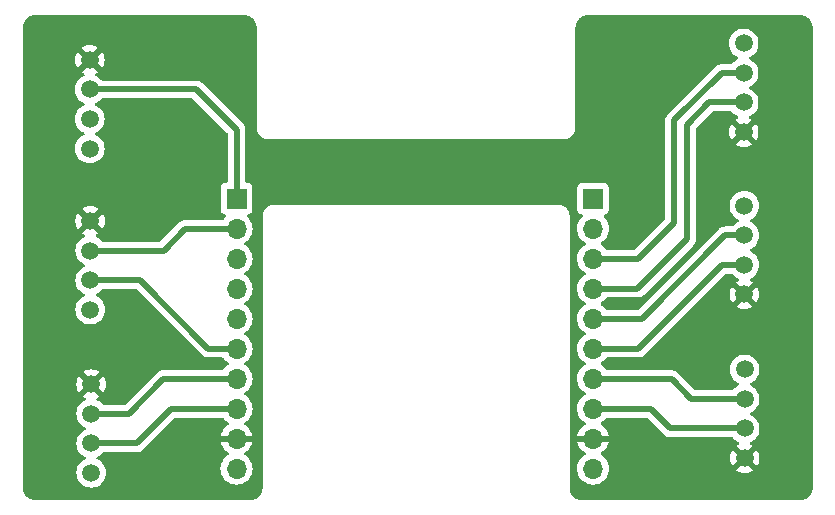
<source format=gbr>
%TF.GenerationSoftware,KiCad,Pcbnew,7.0.2*%
%TF.CreationDate,2024-03-21T19:14:15+01:00*%
%TF.ProjectId,Support_TTGO,53757070-6f72-4745-9f54-54474f2e6b69,rev?*%
%TF.SameCoordinates,Original*%
%TF.FileFunction,Copper,L1,Top*%
%TF.FilePolarity,Positive*%
%FSLAX46Y46*%
G04 Gerber Fmt 4.6, Leading zero omitted, Abs format (unit mm)*
G04 Created by KiCad (PCBNEW 7.0.2) date 2024-03-21 19:14:15*
%MOMM*%
%LPD*%
G01*
G04 APERTURE LIST*
%TA.AperFunction,ComponentPad*%
%ADD10C,1.500000*%
%TD*%
%TA.AperFunction,ComponentPad*%
%ADD11R,1.700000X1.700000*%
%TD*%
%TA.AperFunction,ComponentPad*%
%ADD12O,1.700000X1.700000*%
%TD*%
%TA.AperFunction,Conductor*%
%ADD13C,0.500000*%
%TD*%
G04 APERTURE END LIST*
D10*
%TO.P,J3,1,Pin_1*%
%TO.N,GND*%
X168320000Y-105460000D03*
%TO.P,J3,2,Pin_2*%
%TO.N,IO_14*%
X168320000Y-102960000D03*
%TO.P,J3,3,Pin_3*%
%TO.N,IO_13*%
X168320000Y-100460000D03*
%TO.P,J3,4,Pin_4*%
%TO.N,PMU_DC_DC5*%
X168320000Y-97960000D03*
%TD*%
D11*
%TO.P,J1,1,Pin_1*%
%TO.N,IO_37*%
X125300000Y-83500000D03*
D12*
%TO.P,J1,2,Pin_2*%
%TO.N,IO_36*%
X125300000Y-86040000D03*
%TO.P,J1,3,Pin_3*%
%TO.N,unconnected-(J1-Pin_3-Pad3)*%
X125300000Y-88580000D03*
%TO.P,J1,4,Pin_4*%
%TO.N,unconnected-(J1-Pin_4-Pad4)*%
X125300000Y-91120000D03*
%TO.P,J1,5,Pin_5*%
%TO.N,unconnected-(J1-Pin_5-Pad5)*%
X125300000Y-93660000D03*
%TO.P,J1,6,Pin_6*%
%TO.N,IO_48*%
X125300000Y-96200000D03*
%TO.P,J1,7,Pin_7*%
%TO.N,IO_47*%
X125300000Y-98740000D03*
%TO.P,J1,8,Pin_8*%
%TO.N,IO_21*%
X125300000Y-101280000D03*
%TO.P,J1,9,Pin_9*%
%TO.N,GND*%
X125300000Y-103820000D03*
%TO.P,J1,10,Pin_10*%
%TO.N,unconnected-(J1-Pin_10-Pad10)*%
X125300000Y-106360000D03*
%TD*%
%TO.P, ,10,Pin_10*%
%TO.N,PMU_DC_DC5*%
X155500000Y-106360000D03*
%TO.P, ,9,Pin_9*%
%TO.N,GND*%
X155500000Y-103820000D03*
%TO.P, ,8,Pin_8*%
%TO.N,IO_14*%
X155500000Y-101280000D03*
%TO.P, ,7,Pin_7*%
%TO.N,IO_13*%
X155500000Y-98740000D03*
%TO.P, ,6,Pin_6*%
%TO.N,IO_12*%
X155500000Y-96200000D03*
%TO.P, ,5,Pin_5*%
%TO.N,IO_11*%
X155500000Y-93660000D03*
%TO.P, ,4,Pin_4*%
%TO.N,IO_10*%
X155500000Y-91120000D03*
%TO.P, ,3,Pin_3*%
%TO.N,IO_09*%
X155500000Y-88580000D03*
%TO.P, ,2,Pin_2*%
%TO.N,unconnected-(J2-Pin_2-Pad2)*%
X155500000Y-86040000D03*
D11*
%TO.P, ,1,Pin_1*%
%TO.N,unconnected-(J2-Pin_1-Pad1)*%
X155500000Y-83500000D03*
%TD*%
D10*
%TO.P,J8,1,Pin_1*%
%TO.N,GND*%
X168240000Y-77860000D03*
%TO.P,J8,2,Pin_2*%
%TO.N,IO_10*%
X168240000Y-75360000D03*
%TO.P,J8,3,Pin_3*%
%TO.N,IO_09*%
X168240000Y-72860000D03*
%TO.P,J8,4,Pin_4*%
%TO.N,PMU_DC_DC5*%
X168240000Y-70360000D03*
%TD*%
%TO.P,J7,1,Pin_1*%
%TO.N,GND*%
X112880000Y-71760000D03*
%TO.P,J7,2,Pin_2*%
%TO.N,IO_37*%
X112880000Y-74260000D03*
%TO.P,J7,3,Pin_3*%
%TO.N,PMU_DC_DC5*%
X112880000Y-76760000D03*
%TO.P,J7,4*%
%TO.N,N/C*%
X112880000Y-79260000D03*
%TD*%
%TO.P,J4,1,Pin_1*%
%TO.N,GND*%
X168300000Y-91610000D03*
%TO.P,J4,2,Pin_2*%
%TO.N,IO_12*%
X168300000Y-89110000D03*
%TO.P,J4,3,Pin_3*%
%TO.N,IO_11*%
X168300000Y-86610000D03*
%TO.P,J4,4,Pin_4*%
%TO.N,PMU_DC_DC5*%
X168300000Y-84110000D03*
%TD*%
%TO.P,J6,1,Pin_1*%
%TO.N,GND*%
X112920000Y-85400000D03*
%TO.P,J6,2,Pin_2*%
%TO.N,IO_36*%
X112920000Y-87900000D03*
%TO.P,J6,3,Pin_3*%
%TO.N,IO_48*%
X112920000Y-90400000D03*
%TO.P,J6,4,Pin_4*%
%TO.N,PMU_DC_DC5*%
X112920000Y-92900000D03*
%TD*%
%TO.P,J5,1,Pin_1*%
%TO.N,GND*%
X112990000Y-99210000D03*
%TO.P,J5,2,Pin_2*%
%TO.N,IO_47*%
X112990000Y-101710000D03*
%TO.P,J5,3,Pin_3*%
%TO.N,IO_21*%
X112990000Y-104210000D03*
%TO.P,J5,4,Pin_4*%
%TO.N,PMU_DC_DC5*%
X112990000Y-106710000D03*
%TD*%
D13*
%TO.N,IO_12*%
X166380000Y-89110000D02*
X168300000Y-89110000D01*
X155500000Y-96200000D02*
X159290000Y-96200000D01*
X159290000Y-96200000D02*
X166380000Y-89110000D01*
%TO.N,IO_21*%
X125260000Y-101320000D02*
X125300000Y-101280000D01*
X119750000Y-101320000D02*
X125260000Y-101320000D01*
X116860000Y-104210000D02*
X119750000Y-101320000D01*
X112990000Y-104210000D02*
X116860000Y-104210000D01*
%TO.N,IO_47*%
X125260000Y-98780000D02*
X125300000Y-98740000D01*
X119100000Y-98780000D02*
X125260000Y-98780000D01*
X113000000Y-101700000D02*
X116180000Y-101700000D01*
X112990000Y-101710000D02*
X113000000Y-101700000D01*
X116180000Y-101700000D02*
X119100000Y-98780000D01*
%TO.N,IO_48*%
X122920000Y-96200000D02*
X125300000Y-96200000D01*
X117120000Y-90400000D02*
X122920000Y-96200000D01*
X112920000Y-90400000D02*
X117120000Y-90400000D01*
%TO.N,IO_37*%
X125300000Y-77650000D02*
X121910000Y-74260000D01*
X125300000Y-83500000D02*
X125300000Y-77650000D01*
X121910000Y-74260000D02*
X112880000Y-74260000D01*
%TO.N,IO_36*%
X119120000Y-87900000D02*
X112920000Y-87900000D01*
X120940000Y-86080000D02*
X119120000Y-87900000D01*
X125260000Y-86080000D02*
X120940000Y-86080000D01*
X125300000Y-86040000D02*
X125260000Y-86080000D01*
%TO.N,IO_14*%
X160400000Y-101320000D02*
X162030000Y-102950000D01*
X155540000Y-101320000D02*
X160400000Y-101320000D01*
X155500000Y-101280000D02*
X155540000Y-101320000D01*
X162030000Y-102950000D02*
X168310000Y-102950000D01*
X168310000Y-102950000D02*
X168320000Y-102960000D01*
%TO.N,IO_13*%
X162130000Y-98780000D02*
X155540000Y-98780000D01*
X168310000Y-100450000D02*
X163800000Y-100450000D01*
X155540000Y-98780000D02*
X155500000Y-98740000D01*
X168320000Y-100460000D02*
X168310000Y-100450000D01*
X163800000Y-100450000D02*
X162130000Y-98780000D01*
%TO.N,IO_11*%
X166670000Y-86610000D02*
X168300000Y-86610000D01*
X155500000Y-93660000D02*
X159620000Y-93660000D01*
X159620000Y-93660000D02*
X166670000Y-86610000D01*
%TO.N,IO_10*%
X163430000Y-86930000D02*
X163430000Y-77260000D01*
X163430000Y-77260000D02*
X165330000Y-75360000D01*
X159240000Y-91120000D02*
X163430000Y-86930000D01*
X155500000Y-91120000D02*
X159240000Y-91120000D01*
X165330000Y-75360000D02*
X168240000Y-75360000D01*
%TO.N,IO_09*%
X162350000Y-76880000D02*
X166370000Y-72860000D01*
X159320000Y-88580000D02*
X162350000Y-85550000D01*
X155500000Y-88580000D02*
X159320000Y-88580000D01*
X162350000Y-85550000D02*
X162350000Y-76880000D01*
X166370000Y-72860000D02*
X168240000Y-72860000D01*
%TD*%
%TA.AperFunction,Conductor*%
%TO.N,GND*%
G36*
X126005394Y-67970971D02*
G01*
X126045519Y-67974482D01*
X126171780Y-67986919D01*
X126191682Y-67990540D01*
X126256467Y-68007899D01*
X126260203Y-68008966D01*
X126351570Y-68036682D01*
X126367959Y-68042952D01*
X126433867Y-68073686D01*
X126439867Y-68076685D01*
X126482639Y-68099548D01*
X126519046Y-68119008D01*
X126531715Y-68126791D01*
X126592889Y-68169625D01*
X126600430Y-68175346D01*
X126668455Y-68231172D01*
X126677472Y-68239345D01*
X126730653Y-68292526D01*
X126738826Y-68301543D01*
X126794652Y-68369568D01*
X126800373Y-68377109D01*
X126843207Y-68438283D01*
X126850990Y-68450952D01*
X126893304Y-68530114D01*
X126896328Y-68536163D01*
X126927041Y-68602027D01*
X126933319Y-68618436D01*
X126961008Y-68709713D01*
X126962123Y-68713616D01*
X126979454Y-68778298D01*
X126983082Y-68798237D01*
X126995523Y-68924554D01*
X126997207Y-68943801D01*
X126999030Y-68964638D01*
X126999500Y-68975406D01*
X126999500Y-77382902D01*
X126994926Y-77398478D01*
X126998903Y-77438858D01*
X126999500Y-77451012D01*
X126999500Y-77537533D01*
X127010628Y-77600645D01*
X127009311Y-77612448D01*
X127015263Y-77632067D01*
X127018717Y-77646522D01*
X127029899Y-77709938D01*
X127034143Y-77721598D01*
X127058163Y-77787592D01*
X127058992Y-77800641D01*
X127067129Y-77815864D01*
X127074289Y-77831899D01*
X127089774Y-77874441D01*
X127089776Y-77874447D01*
X127138578Y-77958974D01*
X127142056Y-77973311D01*
X127151793Y-77985176D01*
X127163325Y-78001837D01*
X127179926Y-78030590D01*
X127189372Y-78044560D01*
X127191255Y-78048084D01*
X127209702Y-78064661D01*
X127248914Y-78111393D01*
X127255485Y-78126408D01*
X127265932Y-78134982D01*
X127282254Y-78151126D01*
X127289837Y-78160163D01*
X127298872Y-78167744D01*
X127315018Y-78184067D01*
X127319147Y-78189098D01*
X127338606Y-78201085D01*
X127385337Y-78240297D01*
X127395234Y-78255172D01*
X127405438Y-78260627D01*
X127419408Y-78270072D01*
X127423942Y-78272690D01*
X127423945Y-78272692D01*
X127448165Y-78286676D01*
X127464826Y-78298207D01*
X127471770Y-78303905D01*
X127491019Y-78311417D01*
X127575555Y-78360225D01*
X127618105Y-78375712D01*
X127634141Y-78382872D01*
X127644334Y-78388320D01*
X127662401Y-78391834D01*
X127740062Y-78420101D01*
X127803476Y-78431282D01*
X127817939Y-78434738D01*
X127832541Y-78439167D01*
X127849350Y-78439370D01*
X127912468Y-78450500D01*
X127912469Y-78450500D01*
X127998997Y-78450500D01*
X128011151Y-78451097D01*
X128044302Y-78454362D01*
X128067096Y-78450500D01*
X152932903Y-78450500D01*
X152948476Y-78455073D01*
X152988848Y-78451097D01*
X153001002Y-78450500D01*
X153087530Y-78450500D01*
X153087532Y-78450500D01*
X153150646Y-78439371D01*
X153162444Y-78440687D01*
X153182055Y-78434738D01*
X153196511Y-78431284D01*
X153259938Y-78420101D01*
X153337592Y-78391836D01*
X153350638Y-78391007D01*
X153365854Y-78382874D01*
X153381890Y-78375713D01*
X153424445Y-78360225D01*
X153508976Y-78311420D01*
X153523310Y-78307942D01*
X153535172Y-78298208D01*
X153551834Y-78286676D01*
X153576055Y-78272692D01*
X153576055Y-78272691D01*
X153580586Y-78270076D01*
X153594564Y-78260625D01*
X153598082Y-78258744D01*
X153614658Y-78240300D01*
X153661395Y-78201083D01*
X153676407Y-78194513D01*
X153684977Y-78184071D01*
X153701121Y-78167750D01*
X153710163Y-78160163D01*
X153717750Y-78151121D01*
X153734071Y-78134977D01*
X153739099Y-78130850D01*
X153751082Y-78111397D01*
X153790297Y-78064661D01*
X153805172Y-78054764D01*
X153810625Y-78044564D01*
X153820076Y-78030586D01*
X153831961Y-78010000D01*
X153836676Y-78001834D01*
X153848208Y-77985172D01*
X153853903Y-77978231D01*
X153861418Y-77958979D01*
X153910225Y-77874445D01*
X153925713Y-77831890D01*
X153932874Y-77815854D01*
X153938319Y-77805666D01*
X153941835Y-77787595D01*
X153970101Y-77709938D01*
X153981284Y-77646511D01*
X153984738Y-77632055D01*
X153989166Y-77617458D01*
X153989370Y-77600649D01*
X154000500Y-77537532D01*
X154000500Y-77451002D01*
X154001097Y-77438848D01*
X154004362Y-77405696D01*
X154000500Y-77382903D01*
X154000500Y-68975412D01*
X154000972Y-68964605D01*
X154004475Y-68924564D01*
X154016919Y-68798215D01*
X154020539Y-68778322D01*
X154037908Y-68713498D01*
X154038956Y-68709828D01*
X154066685Y-68618419D01*
X154072948Y-68602049D01*
X154103700Y-68536102D01*
X154106670Y-68530161D01*
X154149012Y-68450944D01*
X154156786Y-68438289D01*
X154199639Y-68377089D01*
X154205330Y-68369587D01*
X154261191Y-68301521D01*
X154269325Y-68292547D01*
X154322547Y-68239325D01*
X154331521Y-68231191D01*
X154399587Y-68175330D01*
X154407089Y-68169639D01*
X154468289Y-68126786D01*
X154480944Y-68119012D01*
X154560161Y-68076670D01*
X154566102Y-68073700D01*
X154632049Y-68042948D01*
X154648419Y-68036685D01*
X154739828Y-68008956D01*
X154743498Y-68007908D01*
X154808318Y-67990540D01*
X154828221Y-67986918D01*
X154954471Y-67974483D01*
X154994640Y-67970968D01*
X155005402Y-67970500D01*
X173074587Y-67970500D01*
X173085394Y-67970971D01*
X173125519Y-67974482D01*
X173251780Y-67986919D01*
X173271682Y-67990540D01*
X173336467Y-68007899D01*
X173340203Y-68008966D01*
X173431570Y-68036682D01*
X173447959Y-68042952D01*
X173513867Y-68073686D01*
X173519867Y-68076685D01*
X173562639Y-68099548D01*
X173599046Y-68119008D01*
X173611715Y-68126791D01*
X173672889Y-68169625D01*
X173680430Y-68175346D01*
X173748455Y-68231172D01*
X173757472Y-68239345D01*
X173810653Y-68292526D01*
X173818826Y-68301543D01*
X173874652Y-68369568D01*
X173880373Y-68377109D01*
X173923207Y-68438283D01*
X173930990Y-68450952D01*
X173973304Y-68530114D01*
X173976328Y-68536163D01*
X174007041Y-68602027D01*
X174013319Y-68618436D01*
X174041008Y-68709713D01*
X174042123Y-68713616D01*
X174059454Y-68778298D01*
X174063082Y-68798237D01*
X174075523Y-68924554D01*
X174077207Y-68943801D01*
X174079030Y-68964638D01*
X174079500Y-68975406D01*
X174079500Y-107994583D01*
X174079028Y-108005393D01*
X174075523Y-108045445D01*
X174063082Y-108171764D01*
X174059455Y-108191696D01*
X174042123Y-108256382D01*
X174041008Y-108260285D01*
X174013319Y-108351562D01*
X174007041Y-108367971D01*
X173976328Y-108433835D01*
X173973304Y-108439884D01*
X173930990Y-108519046D01*
X173923207Y-108531715D01*
X173880373Y-108592889D01*
X173874652Y-108600430D01*
X173818826Y-108668455D01*
X173810653Y-108677472D01*
X173757472Y-108730653D01*
X173748455Y-108738826D01*
X173680430Y-108794652D01*
X173672889Y-108800373D01*
X173611715Y-108843207D01*
X173599046Y-108850990D01*
X173519884Y-108893304D01*
X173513835Y-108896328D01*
X173447971Y-108927041D01*
X173431562Y-108933319D01*
X173340285Y-108961008D01*
X173336382Y-108962123D01*
X173271700Y-108979454D01*
X173251761Y-108983082D01*
X173125445Y-108995523D01*
X173106131Y-108997213D01*
X173085360Y-108999031D01*
X173074594Y-108999500D01*
X154505416Y-108999500D01*
X154494606Y-108999028D01*
X154454554Y-108995523D01*
X154328234Y-108983082D01*
X154308302Y-108979455D01*
X154243616Y-108962123D01*
X154239713Y-108961008D01*
X154148436Y-108933319D01*
X154132027Y-108927041D01*
X154066163Y-108896328D01*
X154060114Y-108893304D01*
X153980952Y-108850990D01*
X153968283Y-108843207D01*
X153907109Y-108800373D01*
X153899568Y-108794652D01*
X153831543Y-108738826D01*
X153822526Y-108730653D01*
X153769345Y-108677472D01*
X153761172Y-108668455D01*
X153705346Y-108600430D01*
X153699625Y-108592889D01*
X153656791Y-108531715D01*
X153649008Y-108519046D01*
X153629548Y-108482639D01*
X153606685Y-108439867D01*
X153603686Y-108433867D01*
X153572952Y-108367959D01*
X153566682Y-108351570D01*
X153538966Y-108260203D01*
X153537899Y-108256467D01*
X153520541Y-108191685D01*
X153516918Y-108171773D01*
X153504476Y-108045444D01*
X153503601Y-108035449D01*
X153500968Y-108005360D01*
X153500500Y-107994597D01*
X153500500Y-106360000D01*
X154144340Y-106360000D01*
X154164936Y-106595407D01*
X154191813Y-106695712D01*
X154226097Y-106823663D01*
X154325965Y-107037830D01*
X154461505Y-107231401D01*
X154628599Y-107398495D01*
X154822170Y-107534035D01*
X155036337Y-107633903D01*
X155264592Y-107695062D01*
X155264592Y-107695063D01*
X155499999Y-107715659D01*
X155499999Y-107715658D01*
X155500000Y-107715659D01*
X155735408Y-107695063D01*
X155963663Y-107633903D01*
X156177830Y-107534035D01*
X156371401Y-107398495D01*
X156538495Y-107231401D01*
X156674035Y-107037830D01*
X156773903Y-106823663D01*
X156835063Y-106595408D01*
X156855659Y-106360000D01*
X156835063Y-106124592D01*
X156773903Y-105896337D01*
X156674035Y-105682171D01*
X156538495Y-105488599D01*
X156371401Y-105321505D01*
X156185402Y-105191267D01*
X156141780Y-105136692D01*
X156134587Y-105067193D01*
X156166109Y-105004839D01*
X156185405Y-104988119D01*
X156371078Y-104858109D01*
X156538106Y-104691081D01*
X156673600Y-104497576D01*
X156773430Y-104283492D01*
X156830636Y-104070000D01*
X155933686Y-104070000D01*
X155959493Y-104029844D01*
X156000000Y-103891889D01*
X156000000Y-103748111D01*
X155959493Y-103610156D01*
X155933686Y-103570000D01*
X156830636Y-103570000D01*
X156830635Y-103569999D01*
X156773430Y-103356507D01*
X156673599Y-103142421D01*
X156538109Y-102948921D01*
X156371081Y-102781893D01*
X156185404Y-102651880D01*
X156141780Y-102597303D01*
X156134587Y-102527804D01*
X156166109Y-102465450D01*
X156185399Y-102448734D01*
X156371401Y-102318495D01*
X156538495Y-102151401D01*
X156558119Y-102123374D01*
X156612696Y-102079751D01*
X156659693Y-102070500D01*
X160037770Y-102070500D01*
X160104809Y-102090185D01*
X160125451Y-102106819D01*
X161454267Y-103435634D01*
X161466048Y-103449266D01*
X161480389Y-103468529D01*
X161518339Y-103500373D01*
X161526314Y-103507681D01*
X161530223Y-103511590D01*
X161533055Y-103513829D01*
X161533065Y-103513838D01*
X161554542Y-103530819D01*
X161557298Y-103533063D01*
X161614786Y-103581302D01*
X161614788Y-103581303D01*
X161615757Y-103582116D01*
X161632179Y-103592578D01*
X161701320Y-103624819D01*
X161704567Y-103626391D01*
X161772700Y-103660609D01*
X161791088Y-103667000D01*
X161792322Y-103667254D01*
X161792327Y-103667257D01*
X161865829Y-103682432D01*
X161869307Y-103683204D01*
X161916866Y-103694476D01*
X161943502Y-103700790D01*
X161962876Y-103702769D01*
X161964140Y-103702732D01*
X161964144Y-103702733D01*
X162039110Y-103700552D01*
X162042716Y-103700500D01*
X167247374Y-103700500D01*
X167314413Y-103720185D01*
X167348947Y-103753374D01*
X167358402Y-103766877D01*
X167513123Y-103921598D01*
X167692361Y-104047102D01*
X167801285Y-104097894D01*
X167853724Y-104144066D01*
X167872876Y-104211260D01*
X167852660Y-104278141D01*
X167801285Y-104322658D01*
X167692612Y-104373333D01*
X167630428Y-104416874D01*
X167630427Y-104416875D01*
X168187467Y-104973913D01*
X168177685Y-104975320D01*
X168046900Y-105035048D01*
X167938239Y-105129202D01*
X167860507Y-105250156D01*
X167836923Y-105330475D01*
X167276875Y-104770427D01*
X167276874Y-104770428D01*
X167233333Y-104832611D01*
X167140897Y-105030840D01*
X167084287Y-105242113D01*
X167065224Y-105460000D01*
X167084287Y-105677886D01*
X167140898Y-105889161D01*
X167233331Y-106087386D01*
X167276873Y-106149571D01*
X167276875Y-106149572D01*
X167836923Y-105589523D01*
X167860507Y-105669844D01*
X167938239Y-105790798D01*
X168046900Y-105884952D01*
X168177685Y-105944680D01*
X168187466Y-105946086D01*
X167630426Y-106503124D01*
X167630427Y-106503125D01*
X167692610Y-106546666D01*
X167890840Y-106639102D01*
X168102113Y-106695712D01*
X168320000Y-106714775D01*
X168537886Y-106695712D01*
X168749159Y-106639102D01*
X168947385Y-106546667D01*
X169009572Y-106503124D01*
X168452534Y-105946086D01*
X168462315Y-105944680D01*
X168593100Y-105884952D01*
X168701761Y-105790798D01*
X168779493Y-105669844D01*
X168803076Y-105589524D01*
X169363124Y-106149572D01*
X169406667Y-106087385D01*
X169499102Y-105889159D01*
X169555712Y-105677886D01*
X169574775Y-105459999D01*
X169555712Y-105242113D01*
X169499102Y-105030840D01*
X169406667Y-104832615D01*
X169363123Y-104770428D01*
X168803076Y-105330475D01*
X168779493Y-105250156D01*
X168701761Y-105129202D01*
X168593100Y-105035048D01*
X168462315Y-104975320D01*
X168452533Y-104973913D01*
X169009572Y-104416874D01*
X169009571Y-104416873D01*
X168947386Y-104373331D01*
X168838716Y-104322658D01*
X168786276Y-104276486D01*
X168767124Y-104209293D01*
X168787340Y-104142411D01*
X168838715Y-104097894D01*
X168947639Y-104047102D01*
X169126877Y-103921598D01*
X169281598Y-103766877D01*
X169407102Y-103587639D01*
X169499575Y-103389330D01*
X169556207Y-103177977D01*
X169575277Y-102960000D01*
X169556207Y-102742023D01*
X169499575Y-102530670D01*
X169407102Y-102332362D01*
X169281598Y-102153123D01*
X169126877Y-101998402D01*
X168947639Y-101872898D01*
X168839306Y-101822381D01*
X168786868Y-101776210D01*
X168767716Y-101709016D01*
X168787932Y-101642135D01*
X168839307Y-101597618D01*
X168947639Y-101547102D01*
X169126877Y-101421598D01*
X169281598Y-101266877D01*
X169407102Y-101087639D01*
X169499575Y-100889330D01*
X169556207Y-100677977D01*
X169575277Y-100460000D01*
X169556207Y-100242023D01*
X169499575Y-100030670D01*
X169407102Y-99832362D01*
X169281598Y-99653123D01*
X169126877Y-99498402D01*
X168947639Y-99372898D01*
X168839306Y-99322381D01*
X168786868Y-99276210D01*
X168767716Y-99209016D01*
X168787932Y-99142135D01*
X168839307Y-99097618D01*
X168947639Y-99047102D01*
X169126877Y-98921598D01*
X169281598Y-98766877D01*
X169407102Y-98587639D01*
X169499575Y-98389330D01*
X169556207Y-98177977D01*
X169575277Y-97960000D01*
X169556207Y-97742023D01*
X169499575Y-97530670D01*
X169407102Y-97332362D01*
X169281598Y-97153123D01*
X169126877Y-96998402D01*
X168947639Y-96872898D01*
X168775680Y-96792712D01*
X168749331Y-96780425D01*
X168537974Y-96723792D01*
X168320000Y-96704722D01*
X168102025Y-96723792D01*
X167890668Y-96780425D01*
X167692361Y-96872898D01*
X167513122Y-96998402D01*
X167358402Y-97153122D01*
X167232898Y-97332361D01*
X167140425Y-97530668D01*
X167083792Y-97742025D01*
X167064722Y-97960000D01*
X167083792Y-98177974D01*
X167110148Y-98276337D01*
X167140425Y-98389330D01*
X167232898Y-98587639D01*
X167358402Y-98766877D01*
X167513123Y-98921598D01*
X167692361Y-99047102D01*
X167800693Y-99097618D01*
X167853132Y-99143790D01*
X167872284Y-99210984D01*
X167852068Y-99277865D01*
X167800693Y-99322382D01*
X167692361Y-99372898D01*
X167513121Y-99498403D01*
X167350730Y-99660794D01*
X167348283Y-99658347D01*
X167308389Y-99690243D01*
X167261378Y-99699500D01*
X164162229Y-99699500D01*
X164095190Y-99679815D01*
X164074548Y-99663181D01*
X163403480Y-98992113D01*
X162705728Y-98294360D01*
X162693946Y-98280727D01*
X162679609Y-98261469D01*
X162641666Y-98229631D01*
X162633691Y-98222323D01*
X162632329Y-98220961D01*
X162629777Y-98218409D01*
X162605444Y-98199169D01*
X162602647Y-98196890D01*
X162544251Y-98147890D01*
X162527821Y-98137422D01*
X162458691Y-98105186D01*
X162455447Y-98103615D01*
X162387306Y-98069394D01*
X162368903Y-98062997D01*
X162294211Y-98047574D01*
X162290692Y-98046794D01*
X162216490Y-98029208D01*
X162197121Y-98027229D01*
X162120869Y-98029448D01*
X162117263Y-98029500D01*
X156715709Y-98029500D01*
X156648670Y-98009815D01*
X156614134Y-97976623D01*
X156612498Y-97974287D01*
X156538495Y-97868599D01*
X156371401Y-97701505D01*
X156185839Y-97571573D01*
X156142216Y-97516998D01*
X156135022Y-97447500D01*
X156166545Y-97385145D01*
X156185837Y-97368428D01*
X156371401Y-97238495D01*
X156538495Y-97071401D01*
X156586127Y-97003374D01*
X156640703Y-96959751D01*
X156687701Y-96950500D01*
X159226294Y-96950500D01*
X159244264Y-96951809D01*
X159248320Y-96952402D01*
X159268023Y-96955289D01*
X159317368Y-96950972D01*
X159328176Y-96950500D01*
X159330100Y-96950500D01*
X159333709Y-96950500D01*
X159364550Y-96946894D01*
X159368031Y-96946539D01*
X159442797Y-96939999D01*
X159442797Y-96939998D01*
X159444052Y-96939889D01*
X159463062Y-96935674D01*
X159464250Y-96935241D01*
X159464255Y-96935241D01*
X159534820Y-96909557D01*
X159538095Y-96908419D01*
X159609334Y-96884814D01*
X159609336Y-96884812D01*
X159610536Y-96884415D01*
X159628063Y-96875929D01*
X159629112Y-96875238D01*
X159629117Y-96875237D01*
X159691806Y-96834005D01*
X159694798Y-96832099D01*
X159758656Y-96792712D01*
X159758656Y-96792711D01*
X159759729Y-96792050D01*
X159774824Y-96779753D01*
X159775692Y-96778832D01*
X159775696Y-96778830D01*
X159827185Y-96724253D01*
X159829631Y-96721735D01*
X166654548Y-89896818D01*
X166715871Y-89863334D01*
X166742229Y-89860500D01*
X167234376Y-89860500D01*
X167301415Y-89880185D01*
X167335949Y-89913374D01*
X167336639Y-89914360D01*
X167338402Y-89916877D01*
X167493123Y-90071598D01*
X167672361Y-90197102D01*
X167781285Y-90247894D01*
X167833724Y-90294066D01*
X167852876Y-90361260D01*
X167832660Y-90428141D01*
X167781285Y-90472658D01*
X167672612Y-90523333D01*
X167610428Y-90566874D01*
X167610427Y-90566875D01*
X168167467Y-91123913D01*
X168157685Y-91125320D01*
X168026900Y-91185048D01*
X167918239Y-91279202D01*
X167840507Y-91400156D01*
X167816923Y-91480475D01*
X167256875Y-90920427D01*
X167256874Y-90920428D01*
X167213333Y-90982611D01*
X167120897Y-91180840D01*
X167064287Y-91392113D01*
X167045224Y-91609999D01*
X167064287Y-91827886D01*
X167120898Y-92039161D01*
X167213331Y-92237386D01*
X167256873Y-92299571D01*
X167256875Y-92299572D01*
X167816923Y-91739523D01*
X167840507Y-91819844D01*
X167918239Y-91940798D01*
X168026900Y-92034952D01*
X168157685Y-92094680D01*
X168167466Y-92096086D01*
X167610426Y-92653124D01*
X167610427Y-92653125D01*
X167672610Y-92696666D01*
X167870840Y-92789102D01*
X168082113Y-92845712D01*
X168300000Y-92864775D01*
X168517886Y-92845712D01*
X168729159Y-92789102D01*
X168927385Y-92696667D01*
X168989572Y-92653124D01*
X168432534Y-92096086D01*
X168442315Y-92094680D01*
X168573100Y-92034952D01*
X168681761Y-91940798D01*
X168759493Y-91819844D01*
X168783076Y-91739524D01*
X169343124Y-92299572D01*
X169386667Y-92237385D01*
X169479102Y-92039159D01*
X169535712Y-91827886D01*
X169554775Y-91609999D01*
X169535712Y-91392113D01*
X169479102Y-91180840D01*
X169386667Y-90982615D01*
X169343123Y-90920428D01*
X168783076Y-91480475D01*
X168759493Y-91400156D01*
X168681761Y-91279202D01*
X168573100Y-91185048D01*
X168442315Y-91125320D01*
X168432533Y-91123913D01*
X168989572Y-90566874D01*
X168989571Y-90566873D01*
X168927386Y-90523331D01*
X168818716Y-90472658D01*
X168766276Y-90426486D01*
X168747124Y-90359293D01*
X168767340Y-90292411D01*
X168818715Y-90247894D01*
X168927639Y-90197102D01*
X169106877Y-90071598D01*
X169261598Y-89916877D01*
X169387102Y-89737639D01*
X169479575Y-89539330D01*
X169536207Y-89327977D01*
X169555277Y-89110000D01*
X169536207Y-88892023D01*
X169479575Y-88680670D01*
X169387102Y-88482362D01*
X169261598Y-88303123D01*
X169106877Y-88148402D01*
X168927639Y-88022898D01*
X168819306Y-87972381D01*
X168766868Y-87926210D01*
X168747716Y-87859016D01*
X168767932Y-87792135D01*
X168819307Y-87747618D01*
X168927639Y-87697102D01*
X169106877Y-87571598D01*
X169261598Y-87416877D01*
X169387102Y-87237639D01*
X169479575Y-87039330D01*
X169536207Y-86827977D01*
X169555277Y-86610000D01*
X169536207Y-86392023D01*
X169479575Y-86180670D01*
X169387102Y-85982362D01*
X169261598Y-85803123D01*
X169106877Y-85648402D01*
X168927639Y-85522898D01*
X168819306Y-85472381D01*
X168766868Y-85426210D01*
X168747716Y-85359016D01*
X168767932Y-85292135D01*
X168819307Y-85247618D01*
X168837505Y-85239132D01*
X168927639Y-85197102D01*
X169106877Y-85071598D01*
X169261598Y-84916877D01*
X169387102Y-84737639D01*
X169479575Y-84539330D01*
X169536207Y-84327977D01*
X169555277Y-84110000D01*
X169536207Y-83892023D01*
X169479575Y-83680670D01*
X169387102Y-83482362D01*
X169261598Y-83303123D01*
X169106877Y-83148402D01*
X168927639Y-83022898D01*
X168836205Y-82980261D01*
X168729331Y-82930425D01*
X168517974Y-82873792D01*
X168299999Y-82854722D01*
X168082025Y-82873792D01*
X167870668Y-82930425D01*
X167672361Y-83022898D01*
X167493122Y-83148402D01*
X167338402Y-83303122D01*
X167212898Y-83482361D01*
X167120425Y-83680668D01*
X167063792Y-83892025D01*
X167044722Y-84109999D01*
X167063792Y-84327974D01*
X167109953Y-84500250D01*
X167120425Y-84539330D01*
X167212898Y-84737639D01*
X167338402Y-84916877D01*
X167493123Y-85071598D01*
X167672361Y-85197102D01*
X167762495Y-85239132D01*
X167780693Y-85247618D01*
X167833132Y-85293790D01*
X167852284Y-85360984D01*
X167832068Y-85427865D01*
X167780693Y-85472382D01*
X167672361Y-85522898D01*
X167493121Y-85648403D01*
X167338404Y-85803119D01*
X167335953Y-85806621D01*
X167281377Y-85850247D01*
X167234376Y-85859500D01*
X166733706Y-85859500D01*
X166715736Y-85858191D01*
X166701853Y-85856157D01*
X166691977Y-85854711D01*
X166691976Y-85854711D01*
X166642631Y-85859028D01*
X166631824Y-85859500D01*
X166626291Y-85859500D01*
X166622730Y-85859916D01*
X166622715Y-85859917D01*
X166595501Y-85863098D01*
X166591916Y-85863464D01*
X166515961Y-85870109D01*
X166496921Y-85874330D01*
X166425232Y-85900421D01*
X166421831Y-85901603D01*
X166349474Y-85925580D01*
X166331927Y-85934075D01*
X166268221Y-85975975D01*
X166265181Y-85977912D01*
X166200280Y-86017944D01*
X166185164Y-86030257D01*
X166132831Y-86085726D01*
X166130319Y-86088312D01*
X159345451Y-92873181D01*
X159284128Y-92906666D01*
X159257770Y-92909500D01*
X156687701Y-92909500D01*
X156620662Y-92889815D01*
X156586126Y-92856623D01*
X156538494Y-92788598D01*
X156371402Y-92621505D01*
X156273883Y-92553222D01*
X156185839Y-92491573D01*
X156142216Y-92436998D01*
X156135022Y-92367500D01*
X156166545Y-92305145D01*
X156185837Y-92288428D01*
X156371401Y-92158495D01*
X156538495Y-91991401D01*
X156586127Y-91923374D01*
X156640703Y-91879751D01*
X156687701Y-91870500D01*
X159176294Y-91870500D01*
X159194264Y-91871809D01*
X159198320Y-91872402D01*
X159218023Y-91875289D01*
X159267368Y-91870972D01*
X159278176Y-91870500D01*
X159280100Y-91870500D01*
X159283709Y-91870500D01*
X159314550Y-91866894D01*
X159318031Y-91866539D01*
X159392797Y-91859999D01*
X159392797Y-91859998D01*
X159394052Y-91859889D01*
X159413062Y-91855674D01*
X159414250Y-91855241D01*
X159414255Y-91855241D01*
X159484820Y-91829557D01*
X159488095Y-91828419D01*
X159559334Y-91804814D01*
X159559336Y-91804812D01*
X159560536Y-91804415D01*
X159578063Y-91795929D01*
X159579112Y-91795238D01*
X159579117Y-91795237D01*
X159641806Y-91754005D01*
X159644798Y-91752099D01*
X159708656Y-91712712D01*
X159708656Y-91712711D01*
X159709729Y-91712050D01*
X159724824Y-91699753D01*
X159725692Y-91698832D01*
X159725696Y-91698830D01*
X159777184Y-91644254D01*
X159779630Y-91641736D01*
X163915642Y-87505724D01*
X163929260Y-87493954D01*
X163948530Y-87479610D01*
X163980366Y-87441667D01*
X163987680Y-87433688D01*
X163988264Y-87433103D01*
X163991591Y-87429777D01*
X164010833Y-87405439D01*
X164013090Y-87402670D01*
X164048475Y-87360500D01*
X164061302Y-87345214D01*
X164061303Y-87345211D01*
X164062115Y-87344244D01*
X164072573Y-87327827D01*
X164073106Y-87326682D01*
X164073111Y-87326677D01*
X164104833Y-87258646D01*
X164106362Y-87255488D01*
X164140040Y-87188433D01*
X164140040Y-87188432D01*
X164140612Y-87187294D01*
X164147000Y-87168914D01*
X164147255Y-87167675D01*
X164147257Y-87167673D01*
X164162447Y-87094103D01*
X164163186Y-87090770D01*
X164180500Y-87017721D01*
X164180500Y-87017716D01*
X164180791Y-87016489D01*
X164182770Y-86997121D01*
X164182733Y-86995859D01*
X164182734Y-86995856D01*
X164180552Y-86920868D01*
X164180500Y-86917262D01*
X164180500Y-77622229D01*
X164200185Y-77555190D01*
X164216819Y-77534548D01*
X165604549Y-76146819D01*
X165665872Y-76113334D01*
X165692230Y-76110500D01*
X167174376Y-76110500D01*
X167241415Y-76130185D01*
X167275949Y-76163374D01*
X167278402Y-76166877D01*
X167433123Y-76321598D01*
X167612361Y-76447102D01*
X167721285Y-76497894D01*
X167773724Y-76544066D01*
X167792876Y-76611260D01*
X167772660Y-76678141D01*
X167721285Y-76722658D01*
X167612612Y-76773333D01*
X167550428Y-76816874D01*
X167550427Y-76816875D01*
X168107467Y-77373913D01*
X168097685Y-77375320D01*
X167966900Y-77435048D01*
X167858239Y-77529202D01*
X167780507Y-77650156D01*
X167756923Y-77730475D01*
X167196875Y-77170427D01*
X167196874Y-77170428D01*
X167153333Y-77232611D01*
X167060897Y-77430840D01*
X167004287Y-77642113D01*
X166985224Y-77860000D01*
X167004287Y-78077886D01*
X167060898Y-78289161D01*
X167153331Y-78487386D01*
X167196873Y-78549571D01*
X167196875Y-78549572D01*
X167756923Y-77989523D01*
X167780507Y-78069844D01*
X167858239Y-78190798D01*
X167966900Y-78284952D01*
X168097685Y-78344680D01*
X168107466Y-78346086D01*
X167550426Y-78903124D01*
X167550427Y-78903125D01*
X167612610Y-78946666D01*
X167810840Y-79039102D01*
X168022113Y-79095712D01*
X168240000Y-79114775D01*
X168457886Y-79095712D01*
X168669159Y-79039102D01*
X168867385Y-78946667D01*
X168929572Y-78903124D01*
X168372534Y-78346086D01*
X168382315Y-78344680D01*
X168513100Y-78284952D01*
X168621761Y-78190798D01*
X168699493Y-78069844D01*
X168723076Y-77989524D01*
X169283124Y-78549572D01*
X169326667Y-78487385D01*
X169419102Y-78289159D01*
X169475712Y-78077886D01*
X169494775Y-77860000D01*
X169475712Y-77642113D01*
X169419102Y-77430840D01*
X169326667Y-77232615D01*
X169283123Y-77170428D01*
X168723076Y-77730475D01*
X168699493Y-77650156D01*
X168621761Y-77529202D01*
X168513100Y-77435048D01*
X168382315Y-77375320D01*
X168372533Y-77373913D01*
X168929572Y-76816874D01*
X168929571Y-76816873D01*
X168867386Y-76773331D01*
X168758716Y-76722658D01*
X168706276Y-76676486D01*
X168687124Y-76609293D01*
X168707340Y-76542411D01*
X168758715Y-76497894D01*
X168867639Y-76447102D01*
X169046877Y-76321598D01*
X169201598Y-76166877D01*
X169327102Y-75987639D01*
X169419575Y-75789330D01*
X169476207Y-75577977D01*
X169495277Y-75360000D01*
X169476207Y-75142023D01*
X169419575Y-74930670D01*
X169327102Y-74732362D01*
X169201598Y-74553123D01*
X169046877Y-74398402D01*
X168867639Y-74272898D01*
X168759306Y-74222381D01*
X168706868Y-74176210D01*
X168687716Y-74109016D01*
X168707932Y-74042135D01*
X168759307Y-73997618D01*
X168867639Y-73947102D01*
X169046877Y-73821598D01*
X169201598Y-73666877D01*
X169327102Y-73487639D01*
X169419575Y-73289330D01*
X169476207Y-73077977D01*
X169495277Y-72860000D01*
X169476207Y-72642023D01*
X169419575Y-72430670D01*
X169327102Y-72232362D01*
X169201598Y-72053123D01*
X169046877Y-71898402D01*
X168867639Y-71772898D01*
X168759306Y-71722381D01*
X168706868Y-71676210D01*
X168687716Y-71609016D01*
X168707932Y-71542135D01*
X168759307Y-71497618D01*
X168867639Y-71447102D01*
X169046877Y-71321598D01*
X169201598Y-71166877D01*
X169327102Y-70987639D01*
X169419575Y-70789330D01*
X169476207Y-70577977D01*
X169495277Y-70360000D01*
X169476207Y-70142023D01*
X169419575Y-69930670D01*
X169327102Y-69732362D01*
X169201598Y-69553123D01*
X169046877Y-69398402D01*
X168867639Y-69272898D01*
X168776205Y-69230261D01*
X168669331Y-69180425D01*
X168457974Y-69123792D01*
X168240000Y-69104722D01*
X168022025Y-69123792D01*
X167810668Y-69180425D01*
X167612361Y-69272898D01*
X167433122Y-69398402D01*
X167278402Y-69553122D01*
X167152898Y-69732361D01*
X167060425Y-69930668D01*
X167003792Y-70142025D01*
X166984722Y-70359999D01*
X167003792Y-70577974D01*
X167041010Y-70716875D01*
X167060425Y-70789330D01*
X167152898Y-70987639D01*
X167278402Y-71166877D01*
X167433123Y-71321598D01*
X167612361Y-71447102D01*
X167720693Y-71497618D01*
X167773132Y-71543790D01*
X167792284Y-71610984D01*
X167772068Y-71677865D01*
X167720693Y-71722382D01*
X167612361Y-71772898D01*
X167433121Y-71898403D01*
X167278404Y-72053119D01*
X167275953Y-72056621D01*
X167221377Y-72100247D01*
X167174376Y-72109500D01*
X166433707Y-72109500D01*
X166415738Y-72108191D01*
X166391977Y-72104711D01*
X166342631Y-72109028D01*
X166331824Y-72109500D01*
X166326291Y-72109500D01*
X166322730Y-72109916D01*
X166322715Y-72109917D01*
X166295501Y-72113098D01*
X166291916Y-72113464D01*
X166215961Y-72120109D01*
X166196921Y-72124330D01*
X166125232Y-72150421D01*
X166121831Y-72151603D01*
X166049474Y-72175580D01*
X166031927Y-72184075D01*
X165968221Y-72225975D01*
X165965181Y-72227912D01*
X165900280Y-72267944D01*
X165885164Y-72280257D01*
X165832831Y-72335726D01*
X165830319Y-72338312D01*
X161864358Y-76304272D01*
X161850727Y-76316053D01*
X161831468Y-76330391D01*
X161799635Y-76368328D01*
X161792338Y-76376292D01*
X161790972Y-76377657D01*
X161790950Y-76377681D01*
X161788409Y-76380223D01*
X161786173Y-76383050D01*
X161786171Y-76383053D01*
X161769176Y-76404546D01*
X161766902Y-76407337D01*
X161717894Y-76465744D01*
X161707418Y-76482187D01*
X161675192Y-76551294D01*
X161673622Y-76554536D01*
X161639393Y-76622692D01*
X161632996Y-76641098D01*
X161617573Y-76715788D01*
X161616793Y-76719305D01*
X161599208Y-76793506D01*
X161597229Y-76812879D01*
X161599448Y-76889129D01*
X161599500Y-76892735D01*
X161599500Y-85187770D01*
X161579815Y-85254809D01*
X161563181Y-85275451D01*
X159045451Y-87793181D01*
X158984128Y-87826666D01*
X158957770Y-87829500D01*
X156687701Y-87829500D01*
X156620662Y-87809815D01*
X156586126Y-87776623D01*
X156538494Y-87708598D01*
X156371402Y-87541505D01*
X156270235Y-87470668D01*
X156185839Y-87411573D01*
X156142216Y-87356998D01*
X156135022Y-87287500D01*
X156166545Y-87225145D01*
X156185837Y-87208428D01*
X156371401Y-87078495D01*
X156538495Y-86911401D01*
X156674035Y-86717830D01*
X156773903Y-86503663D01*
X156835063Y-86275408D01*
X156855659Y-86040000D01*
X156835063Y-85804592D01*
X156773903Y-85576337D01*
X156674035Y-85362171D01*
X156538495Y-85168599D01*
X156416568Y-85046672D01*
X156383084Y-84985350D01*
X156388068Y-84915658D01*
X156429940Y-84859725D01*
X156460915Y-84842810D01*
X156592331Y-84793796D01*
X156707546Y-84707546D01*
X156793796Y-84592331D01*
X156844091Y-84457483D01*
X156850500Y-84397873D01*
X156850499Y-82602128D01*
X156844091Y-82542517D01*
X156793796Y-82407669D01*
X156707546Y-82292454D01*
X156592331Y-82206204D01*
X156457483Y-82155909D01*
X156397873Y-82149500D01*
X156394550Y-82149500D01*
X154605439Y-82149500D01*
X154605420Y-82149500D01*
X154602128Y-82149501D01*
X154598848Y-82149853D01*
X154598840Y-82149854D01*
X154542515Y-82155909D01*
X154407669Y-82206204D01*
X154292454Y-82292454D01*
X154206204Y-82407668D01*
X154155910Y-82542515D01*
X154155909Y-82542517D01*
X154149500Y-82602127D01*
X154149500Y-82605448D01*
X154149500Y-82605449D01*
X154149500Y-84394560D01*
X154149500Y-84394578D01*
X154149501Y-84397872D01*
X154149853Y-84401152D01*
X154149854Y-84401159D01*
X154155909Y-84457484D01*
X154163355Y-84477447D01*
X154206204Y-84592331D01*
X154292454Y-84707546D01*
X154407669Y-84793796D01*
X154519907Y-84835658D01*
X154539082Y-84842810D01*
X154595016Y-84884681D01*
X154619433Y-84950146D01*
X154604581Y-85018419D01*
X154583431Y-85046673D01*
X154461503Y-85168601D01*
X154325965Y-85362170D01*
X154226097Y-85576336D01*
X154164936Y-85804592D01*
X154144340Y-86040000D01*
X154164936Y-86275407D01*
X154196184Y-86392025D01*
X154226097Y-86503663D01*
X154325965Y-86717830D01*
X154461505Y-86911401D01*
X154628599Y-87078495D01*
X154814160Y-87208426D01*
X154857783Y-87263002D01*
X154864976Y-87332501D01*
X154833454Y-87394855D01*
X154814160Y-87411574D01*
X154716998Y-87479608D01*
X154628595Y-87541508D01*
X154461505Y-87708598D01*
X154325965Y-87902170D01*
X154226097Y-88116336D01*
X154164936Y-88344592D01*
X154144340Y-88579999D01*
X154164936Y-88815407D01*
X154185466Y-88892025D01*
X154226097Y-89043663D01*
X154325965Y-89257830D01*
X154461505Y-89451401D01*
X154628599Y-89618495D01*
X154814160Y-89748426D01*
X154857783Y-89803002D01*
X154864976Y-89872501D01*
X154833454Y-89934855D01*
X154814160Y-89951574D01*
X154642754Y-90071594D01*
X154628595Y-90081508D01*
X154461505Y-90248598D01*
X154325965Y-90442170D01*
X154226097Y-90656336D01*
X154164936Y-90884592D01*
X154144340Y-91119999D01*
X154164936Y-91355407D01*
X154176927Y-91400156D01*
X154226097Y-91583663D01*
X154325965Y-91797830D01*
X154461505Y-91991401D01*
X154628599Y-92158495D01*
X154814160Y-92288426D01*
X154857783Y-92343002D01*
X154864976Y-92412501D01*
X154833454Y-92474855D01*
X154814159Y-92491575D01*
X154628595Y-92621508D01*
X154461505Y-92788598D01*
X154325965Y-92982170D01*
X154226097Y-93196336D01*
X154164936Y-93424592D01*
X154144340Y-93660000D01*
X154164936Y-93895407D01*
X154189506Y-93987102D01*
X154226097Y-94123663D01*
X154325965Y-94337830D01*
X154461505Y-94531401D01*
X154628599Y-94698495D01*
X154814160Y-94828426D01*
X154857783Y-94883002D01*
X154864976Y-94952501D01*
X154833454Y-95014855D01*
X154814159Y-95031575D01*
X154628595Y-95161508D01*
X154461505Y-95328598D01*
X154325965Y-95522170D01*
X154226097Y-95736336D01*
X154164936Y-95964592D01*
X154144340Y-96200000D01*
X154164936Y-96435407D01*
X154209709Y-96602502D01*
X154226097Y-96663663D01*
X154325965Y-96877830D01*
X154461505Y-97071401D01*
X154628599Y-97238495D01*
X154814160Y-97368426D01*
X154857783Y-97423002D01*
X154864976Y-97492501D01*
X154833454Y-97554855D01*
X154814159Y-97571575D01*
X154628595Y-97701508D01*
X154461505Y-97868598D01*
X154325965Y-98062170D01*
X154226097Y-98276336D01*
X154164936Y-98504592D01*
X154144340Y-98740000D01*
X154164936Y-98975407D01*
X154208533Y-99138111D01*
X154226097Y-99203663D01*
X154325965Y-99417830D01*
X154461505Y-99611401D01*
X154628599Y-99778495D01*
X154814160Y-99908426D01*
X154857783Y-99963002D01*
X154864976Y-100032501D01*
X154833454Y-100094855D01*
X154814159Y-100111575D01*
X154628595Y-100241508D01*
X154461505Y-100408598D01*
X154325965Y-100602170D01*
X154226097Y-100816336D01*
X154164936Y-101044592D01*
X154144340Y-101279999D01*
X154164936Y-101515407D01*
X154198207Y-101639575D01*
X154226097Y-101743663D01*
X154325965Y-101957830D01*
X154461505Y-102151401D01*
X154628599Y-102318495D01*
X154814596Y-102448732D01*
X154858219Y-102503307D01*
X154865412Y-102572806D01*
X154833890Y-102635160D01*
X154814595Y-102651880D01*
X154628919Y-102781892D01*
X154461890Y-102948921D01*
X154326400Y-103142421D01*
X154226569Y-103356507D01*
X154169364Y-103569999D01*
X154169364Y-103570000D01*
X155066314Y-103570000D01*
X155040507Y-103610156D01*
X155000000Y-103748111D01*
X155000000Y-103891889D01*
X155040507Y-104029844D01*
X155066314Y-104070000D01*
X154169364Y-104070000D01*
X154226569Y-104283492D01*
X154326399Y-104497576D01*
X154461893Y-104691081D01*
X154628918Y-104858106D01*
X154814595Y-104988119D01*
X154858219Y-105042696D01*
X154865412Y-105112195D01*
X154833890Y-105174549D01*
X154814595Y-105191269D01*
X154628595Y-105321508D01*
X154461505Y-105488598D01*
X154325965Y-105682170D01*
X154226097Y-105896336D01*
X154164936Y-106124592D01*
X154144340Y-106360000D01*
X153500500Y-106360000D01*
X153500500Y-85067095D01*
X153505073Y-85051521D01*
X153501097Y-85011149D01*
X153500500Y-84998996D01*
X153500500Y-84912468D01*
X153500499Y-84912467D01*
X153489371Y-84849352D01*
X153490687Y-84837551D01*
X153484738Y-84817939D01*
X153481282Y-84803475D01*
X153479575Y-84793795D01*
X153470101Y-84740062D01*
X153441835Y-84662404D01*
X153441006Y-84649359D01*
X153432872Y-84634141D01*
X153425712Y-84618105D01*
X153410225Y-84575555D01*
X153361419Y-84491021D01*
X153357941Y-84476687D01*
X153348207Y-84464826D01*
X153336676Y-84448165D01*
X153322692Y-84423945D01*
X153322690Y-84423942D01*
X153320072Y-84419408D01*
X153310627Y-84405438D01*
X153308745Y-84401918D01*
X153290297Y-84385337D01*
X153251085Y-84338606D01*
X153244513Y-84323591D01*
X153234067Y-84315018D01*
X153217744Y-84298872D01*
X153210163Y-84289837D01*
X153201126Y-84282254D01*
X153184982Y-84265932D01*
X153180856Y-84260905D01*
X153161393Y-84248914D01*
X153114661Y-84209702D01*
X153104763Y-84194825D01*
X153094560Y-84189372D01*
X153080590Y-84179926D01*
X153051837Y-84163325D01*
X153035176Y-84151793D01*
X153028235Y-84146097D01*
X153008974Y-84138578D01*
X152924447Y-84089776D01*
X152924446Y-84089775D01*
X152924445Y-84089775D01*
X152881899Y-84074289D01*
X152865864Y-84067129D01*
X152855670Y-84061680D01*
X152837592Y-84058163D01*
X152786577Y-84039595D01*
X152759938Y-84029899D01*
X152696530Y-84018718D01*
X152682067Y-84015263D01*
X152667462Y-84010832D01*
X152650645Y-84010628D01*
X152587533Y-83999500D01*
X152587532Y-83999500D01*
X152501012Y-83999500D01*
X152488858Y-83998903D01*
X152455817Y-83995648D01*
X152432952Y-83999527D01*
X128567150Y-84009471D01*
X128551612Y-84004915D01*
X128511133Y-84008903D01*
X128498978Y-84009500D01*
X128413340Y-84009500D01*
X128351814Y-84020348D01*
X128339854Y-84019014D01*
X128319870Y-84025076D01*
X128305408Y-84028531D01*
X128242660Y-84039595D01*
X128166733Y-84067230D01*
X128153481Y-84068072D01*
X128137900Y-84076400D01*
X128121861Y-84083562D01*
X128079799Y-84098871D01*
X127997000Y-84146675D01*
X127982443Y-84150205D01*
X127970274Y-84160193D01*
X127953613Y-84171724D01*
X127925078Y-84188199D01*
X127911255Y-84197544D01*
X127907517Y-84199541D01*
X127890698Y-84218258D01*
X127846007Y-84255759D01*
X127830765Y-84262429D01*
X127821955Y-84273165D01*
X127805812Y-84289486D01*
X127796935Y-84296935D01*
X127789486Y-84305812D01*
X127773165Y-84321955D01*
X127767926Y-84326254D01*
X127755759Y-84346007D01*
X127718258Y-84390698D01*
X127703165Y-84400739D01*
X127697544Y-84411255D01*
X127688199Y-84425078D01*
X127671724Y-84453613D01*
X127660193Y-84470274D01*
X127654306Y-84477447D01*
X127646675Y-84497000D01*
X127598871Y-84579799D01*
X127583562Y-84621861D01*
X127576400Y-84637900D01*
X127570801Y-84648373D01*
X127567230Y-84666733D01*
X127539595Y-84742660D01*
X127528531Y-84805408D01*
X127525076Y-84819870D01*
X127520555Y-84834772D01*
X127520348Y-84851814D01*
X127509500Y-84913339D01*
X127509500Y-84998973D01*
X127508903Y-85011128D01*
X127505635Y-85044301D01*
X127509500Y-85067106D01*
X127509500Y-107984584D01*
X127509028Y-107995393D01*
X127505523Y-108035449D01*
X127492900Y-108163610D01*
X127489273Y-108183543D01*
X127471786Y-108248804D01*
X127470672Y-108252705D01*
X127442614Y-108345201D01*
X127436336Y-108361610D01*
X127405322Y-108428121D01*
X127402297Y-108434171D01*
X127359445Y-108514340D01*
X127351662Y-108527009D01*
X127308392Y-108588805D01*
X127302671Y-108596346D01*
X127246140Y-108665230D01*
X127237967Y-108674247D01*
X127184247Y-108727967D01*
X127175230Y-108736140D01*
X127106346Y-108792671D01*
X127098805Y-108798392D01*
X127037009Y-108841662D01*
X127024340Y-108849445D01*
X126944171Y-108892297D01*
X126938121Y-108895322D01*
X126871610Y-108926336D01*
X126855201Y-108932614D01*
X126762705Y-108960672D01*
X126758804Y-108961786D01*
X126693547Y-108979272D01*
X126673608Y-108982900D01*
X126545450Y-108995523D01*
X126531967Y-108996703D01*
X126505360Y-108999031D01*
X126494595Y-108999500D01*
X108215416Y-108999500D01*
X108204606Y-108999028D01*
X108164554Y-108995523D01*
X108038234Y-108983082D01*
X108018302Y-108979455D01*
X107953616Y-108962123D01*
X107949713Y-108961008D01*
X107858436Y-108933319D01*
X107842027Y-108927041D01*
X107776163Y-108896328D01*
X107770114Y-108893304D01*
X107690952Y-108850990D01*
X107678283Y-108843207D01*
X107617109Y-108800373D01*
X107609568Y-108794652D01*
X107541543Y-108738826D01*
X107532526Y-108730653D01*
X107479345Y-108677472D01*
X107471172Y-108668455D01*
X107415346Y-108600430D01*
X107409625Y-108592889D01*
X107366791Y-108531715D01*
X107359008Y-108519046D01*
X107339548Y-108482639D01*
X107316685Y-108439867D01*
X107313686Y-108433867D01*
X107282952Y-108367959D01*
X107276682Y-108351570D01*
X107248966Y-108260203D01*
X107247899Y-108256467D01*
X107230541Y-108191685D01*
X107226918Y-108171773D01*
X107214476Y-108045444D01*
X107213601Y-108035449D01*
X107210968Y-108005360D01*
X107210500Y-107994597D01*
X107210500Y-79259999D01*
X111624722Y-79259999D01*
X111643792Y-79477974D01*
X111643793Y-79477977D01*
X111700425Y-79689330D01*
X111792898Y-79887639D01*
X111918402Y-80066877D01*
X112073123Y-80221598D01*
X112252361Y-80347102D01*
X112450670Y-80439575D01*
X112662023Y-80496207D01*
X112807340Y-80508920D01*
X112879999Y-80515277D01*
X112879999Y-80515276D01*
X112880000Y-80515277D01*
X113097977Y-80496207D01*
X113309330Y-80439575D01*
X113507639Y-80347102D01*
X113686877Y-80221598D01*
X113841598Y-80066877D01*
X113967102Y-79887639D01*
X114059575Y-79689330D01*
X114116207Y-79477977D01*
X114135277Y-79260000D01*
X114116207Y-79042023D01*
X114059575Y-78830670D01*
X113967102Y-78632362D01*
X113841598Y-78453123D01*
X113686877Y-78298402D01*
X113507639Y-78172898D01*
X113399306Y-78122381D01*
X113346868Y-78076210D01*
X113327716Y-78009016D01*
X113347932Y-77942135D01*
X113399307Y-77897618D01*
X113507639Y-77847102D01*
X113686877Y-77721598D01*
X113841598Y-77566877D01*
X113967102Y-77387639D01*
X114059575Y-77189330D01*
X114116207Y-76977977D01*
X114135277Y-76760000D01*
X114116207Y-76542023D01*
X114059575Y-76330670D01*
X113967102Y-76132362D01*
X113841598Y-75953123D01*
X113686877Y-75798402D01*
X113507639Y-75672898D01*
X113399306Y-75622381D01*
X113346868Y-75576210D01*
X113327716Y-75509016D01*
X113347932Y-75442135D01*
X113399307Y-75397618D01*
X113507639Y-75347102D01*
X113686877Y-75221598D01*
X113841598Y-75066877D01*
X113844050Y-75063374D01*
X113898629Y-75019750D01*
X113945624Y-75010500D01*
X121547770Y-75010500D01*
X121614809Y-75030185D01*
X121635451Y-75046819D01*
X124513181Y-77924549D01*
X124546666Y-77985872D01*
X124549500Y-78012230D01*
X124549500Y-82025500D01*
X124529815Y-82092539D01*
X124477011Y-82138294D01*
X124425505Y-82149500D01*
X124405441Y-82149500D01*
X124405422Y-82149500D01*
X124402128Y-82149501D01*
X124398848Y-82149853D01*
X124398840Y-82149854D01*
X124342515Y-82155909D01*
X124207669Y-82206204D01*
X124092454Y-82292454D01*
X124006204Y-82407668D01*
X123955910Y-82542515D01*
X123955909Y-82542517D01*
X123949500Y-82602127D01*
X123949500Y-82605448D01*
X123949500Y-82605449D01*
X123949500Y-84394560D01*
X123949500Y-84394578D01*
X123949501Y-84397872D01*
X123949853Y-84401152D01*
X123949854Y-84401159D01*
X123955909Y-84457484D01*
X123963355Y-84477447D01*
X124006204Y-84592331D01*
X124092454Y-84707546D01*
X124207669Y-84793796D01*
X124319907Y-84835658D01*
X124339082Y-84842810D01*
X124395016Y-84884681D01*
X124419433Y-84950146D01*
X124404581Y-85018419D01*
X124383431Y-85046673D01*
X124261503Y-85168601D01*
X124241547Y-85197102D01*
X124186687Y-85275451D01*
X124185866Y-85276623D01*
X124131289Y-85320248D01*
X124084291Y-85329500D01*
X121003706Y-85329500D01*
X120985736Y-85328191D01*
X120971853Y-85326157D01*
X120961977Y-85324711D01*
X120961976Y-85324711D01*
X120912631Y-85329028D01*
X120901824Y-85329500D01*
X120896291Y-85329500D01*
X120892730Y-85329916D01*
X120892715Y-85329917D01*
X120865501Y-85333098D01*
X120861916Y-85333464D01*
X120785961Y-85340109D01*
X120766921Y-85344330D01*
X120695232Y-85370421D01*
X120691831Y-85371603D01*
X120619474Y-85395580D01*
X120601927Y-85404075D01*
X120538221Y-85445975D01*
X120535181Y-85447912D01*
X120470281Y-85487943D01*
X120455164Y-85500257D01*
X120402814Y-85555742D01*
X120400304Y-85558326D01*
X118845451Y-87113181D01*
X118784128Y-87146666D01*
X118757770Y-87149500D01*
X113985624Y-87149500D01*
X113918585Y-87129815D01*
X113884047Y-87096621D01*
X113881595Y-87093119D01*
X113726880Y-86938405D01*
X113726877Y-86938402D01*
X113547639Y-86812898D01*
X113495921Y-86788781D01*
X113438714Y-86762105D01*
X113386275Y-86715932D01*
X113367123Y-86648739D01*
X113387339Y-86581858D01*
X113438715Y-86537340D01*
X113547388Y-86486665D01*
X113609572Y-86443124D01*
X113052534Y-85886086D01*
X113062315Y-85884680D01*
X113193100Y-85824952D01*
X113301761Y-85730798D01*
X113379493Y-85609844D01*
X113403076Y-85529524D01*
X113963124Y-86089572D01*
X114006667Y-86027385D01*
X114099102Y-85829159D01*
X114155712Y-85617886D01*
X114174775Y-85400000D01*
X114155712Y-85182113D01*
X114099102Y-84970840D01*
X114006667Y-84772615D01*
X113963123Y-84710428D01*
X113403076Y-85270475D01*
X113379493Y-85190156D01*
X113301761Y-85069202D01*
X113193100Y-84975048D01*
X113062315Y-84915320D01*
X113052534Y-84913913D01*
X113609572Y-84356875D01*
X113609571Y-84356873D01*
X113547386Y-84313331D01*
X113349161Y-84220898D01*
X113137886Y-84164287D01*
X112919999Y-84145224D01*
X112702113Y-84164287D01*
X112490840Y-84220897D01*
X112292611Y-84313333D01*
X112230428Y-84356874D01*
X112230427Y-84356875D01*
X112787466Y-84913913D01*
X112777685Y-84915320D01*
X112646900Y-84975048D01*
X112538239Y-85069202D01*
X112460507Y-85190156D01*
X112436923Y-85270475D01*
X111876875Y-84710427D01*
X111876874Y-84710428D01*
X111833333Y-84772611D01*
X111740897Y-84970840D01*
X111684287Y-85182113D01*
X111665224Y-85400000D01*
X111684287Y-85617886D01*
X111740898Y-85829161D01*
X111833331Y-86027386D01*
X111876873Y-86089571D01*
X111876875Y-86089572D01*
X112436923Y-85529523D01*
X112460507Y-85609844D01*
X112538239Y-85730798D01*
X112646900Y-85824952D01*
X112777685Y-85884680D01*
X112787466Y-85886086D01*
X112230426Y-86443124D01*
X112230427Y-86443125D01*
X112292612Y-86486667D01*
X112401284Y-86537341D01*
X112453724Y-86583513D01*
X112472876Y-86650706D01*
X112452661Y-86717587D01*
X112401286Y-86762105D01*
X112292359Y-86812899D01*
X112113122Y-86938402D01*
X111958402Y-87093122D01*
X111832898Y-87272361D01*
X111740425Y-87470668D01*
X111683792Y-87682025D01*
X111664722Y-87899999D01*
X111683792Y-88117974D01*
X111740425Y-88329331D01*
X111761609Y-88374759D01*
X111832898Y-88527639D01*
X111958402Y-88706877D01*
X112113123Y-88861598D01*
X112292361Y-88987102D01*
X112400693Y-89037618D01*
X112453132Y-89083790D01*
X112472284Y-89150984D01*
X112452068Y-89217865D01*
X112400693Y-89262382D01*
X112292361Y-89312898D01*
X112113122Y-89438402D01*
X111958402Y-89593122D01*
X111832898Y-89772361D01*
X111740425Y-89970668D01*
X111683792Y-90182025D01*
X111664722Y-90400000D01*
X111683792Y-90617974D01*
X111694071Y-90656337D01*
X111740425Y-90829330D01*
X111832898Y-91027639D01*
X111958402Y-91206877D01*
X112113123Y-91361598D01*
X112292361Y-91487102D01*
X112400691Y-91537617D01*
X112400693Y-91537618D01*
X112453132Y-91583790D01*
X112472284Y-91650984D01*
X112452068Y-91717865D01*
X112400693Y-91762382D01*
X112292361Y-91812898D01*
X112113122Y-91938402D01*
X111958402Y-92093122D01*
X111832898Y-92272361D01*
X111740425Y-92470668D01*
X111683792Y-92682025D01*
X111664722Y-92900000D01*
X111683792Y-93117974D01*
X111704789Y-93196337D01*
X111740425Y-93329330D01*
X111832898Y-93527639D01*
X111958402Y-93706877D01*
X112113123Y-93861598D01*
X112292361Y-93987102D01*
X112490670Y-94079575D01*
X112702023Y-94136207D01*
X112920000Y-94155277D01*
X113137977Y-94136207D01*
X113349330Y-94079575D01*
X113547639Y-93987102D01*
X113726877Y-93861598D01*
X113881598Y-93706877D01*
X114007102Y-93527639D01*
X114099575Y-93329330D01*
X114156207Y-93117977D01*
X114175277Y-92900000D01*
X114156207Y-92682023D01*
X114099575Y-92470670D01*
X114007102Y-92272362D01*
X113881598Y-92093123D01*
X113726877Y-91938402D01*
X113547639Y-91812898D01*
X113495111Y-91788403D01*
X113439306Y-91762381D01*
X113386867Y-91716208D01*
X113367716Y-91649014D01*
X113387932Y-91582133D01*
X113439306Y-91537618D01*
X113547639Y-91487102D01*
X113726877Y-91361598D01*
X113881598Y-91206877D01*
X113884050Y-91203374D01*
X113938629Y-91159750D01*
X113985624Y-91150500D01*
X116757770Y-91150500D01*
X116824809Y-91170185D01*
X116845451Y-91186819D01*
X122344267Y-96685634D01*
X122356048Y-96699266D01*
X122370390Y-96718530D01*
X122376661Y-96723792D01*
X122408339Y-96750373D01*
X122416314Y-96757681D01*
X122420224Y-96761591D01*
X122442026Y-96778830D01*
X122444541Y-96780818D01*
X122447304Y-96783069D01*
X122504786Y-96831302D01*
X122504788Y-96831303D01*
X122505750Y-96832110D01*
X122522180Y-96842578D01*
X122523322Y-96843110D01*
X122523323Y-96843111D01*
X122591350Y-96874832D01*
X122594527Y-96876371D01*
X122660667Y-96909588D01*
X122662702Y-96910610D01*
X122681085Y-96916999D01*
X122682322Y-96917254D01*
X122682328Y-96917257D01*
X122755852Y-96932437D01*
X122759286Y-96933199D01*
X122787510Y-96939889D01*
X122833506Y-96950791D01*
X122852879Y-96952770D01*
X122854141Y-96952733D01*
X122854145Y-96952734D01*
X122926534Y-96950627D01*
X122929132Y-96950552D01*
X122932738Y-96950500D01*
X124112299Y-96950500D01*
X124179338Y-96970185D01*
X124213871Y-97003373D01*
X124261505Y-97071401D01*
X124428599Y-97238495D01*
X124614160Y-97368426D01*
X124657783Y-97423002D01*
X124664976Y-97492501D01*
X124633454Y-97554855D01*
X124614159Y-97571575D01*
X124428595Y-97701508D01*
X124261505Y-97868598D01*
X124185866Y-97976623D01*
X124131289Y-98020248D01*
X124084291Y-98029500D01*
X119163706Y-98029500D01*
X119145736Y-98028191D01*
X119131853Y-98026157D01*
X119121977Y-98024711D01*
X119121976Y-98024711D01*
X119072631Y-98029028D01*
X119061824Y-98029500D01*
X119056291Y-98029500D01*
X119052730Y-98029916D01*
X119052715Y-98029917D01*
X119025501Y-98033098D01*
X119021916Y-98033464D01*
X118945961Y-98040109D01*
X118926921Y-98044330D01*
X118855232Y-98070421D01*
X118851831Y-98071603D01*
X118779474Y-98095580D01*
X118761927Y-98104075D01*
X118698221Y-98145975D01*
X118695181Y-98147912D01*
X118630280Y-98187944D01*
X118615164Y-98200257D01*
X118562831Y-98255726D01*
X118560319Y-98258312D01*
X115905451Y-100913181D01*
X115844128Y-100946666D01*
X115817770Y-100949500D01*
X114048622Y-100949500D01*
X113981583Y-100929815D01*
X113960506Y-100909557D01*
X113959270Y-100910794D01*
X113796880Y-100748405D01*
X113796877Y-100748402D01*
X113617639Y-100622898D01*
X113565921Y-100598781D01*
X113508714Y-100572105D01*
X113456275Y-100525932D01*
X113437123Y-100458739D01*
X113457339Y-100391858D01*
X113508715Y-100347340D01*
X113617388Y-100296665D01*
X113679572Y-100253124D01*
X113122534Y-99696086D01*
X113132315Y-99694680D01*
X113263100Y-99634952D01*
X113371761Y-99540798D01*
X113449493Y-99419844D01*
X113473076Y-99339524D01*
X114033124Y-99899572D01*
X114076667Y-99837385D01*
X114169102Y-99639159D01*
X114225712Y-99427886D01*
X114244775Y-99210000D01*
X114225712Y-98992113D01*
X114169102Y-98780840D01*
X114076667Y-98582615D01*
X114033123Y-98520428D01*
X113473076Y-99080475D01*
X113449493Y-99000156D01*
X113371761Y-98879202D01*
X113263100Y-98785048D01*
X113132315Y-98725320D01*
X113122534Y-98723913D01*
X113679572Y-98166875D01*
X113679571Y-98166873D01*
X113617386Y-98123331D01*
X113419161Y-98030898D01*
X113207886Y-97974287D01*
X112990000Y-97955224D01*
X112772113Y-97974287D01*
X112560840Y-98030897D01*
X112362611Y-98123333D01*
X112300428Y-98166874D01*
X112300427Y-98166875D01*
X112857466Y-98723913D01*
X112847685Y-98725320D01*
X112716900Y-98785048D01*
X112608239Y-98879202D01*
X112530507Y-99000156D01*
X112506923Y-99080475D01*
X111946875Y-98520427D01*
X111946874Y-98520428D01*
X111903333Y-98582611D01*
X111810897Y-98780840D01*
X111754287Y-98992113D01*
X111735224Y-99210000D01*
X111754287Y-99427886D01*
X111810898Y-99639161D01*
X111903331Y-99837386D01*
X111946873Y-99899571D01*
X111946875Y-99899572D01*
X112506923Y-99339523D01*
X112530507Y-99419844D01*
X112608239Y-99540798D01*
X112716900Y-99634952D01*
X112847685Y-99694680D01*
X112857466Y-99696086D01*
X112300426Y-100253124D01*
X112300427Y-100253125D01*
X112362612Y-100296667D01*
X112471284Y-100347341D01*
X112523724Y-100393513D01*
X112542876Y-100460706D01*
X112522661Y-100527587D01*
X112471286Y-100572105D01*
X112362359Y-100622899D01*
X112183122Y-100748402D01*
X112028402Y-100903122D01*
X111902898Y-101082361D01*
X111810425Y-101280668D01*
X111753792Y-101492025D01*
X111734722Y-101709999D01*
X111753792Y-101927974D01*
X111810425Y-102139331D01*
X111821547Y-102163181D01*
X111902898Y-102337639D01*
X112028402Y-102516877D01*
X112183123Y-102671598D01*
X112362361Y-102797102D01*
X112470693Y-102847618D01*
X112523132Y-102893790D01*
X112542284Y-102960984D01*
X112522068Y-103027865D01*
X112470693Y-103072382D01*
X112362361Y-103122898D01*
X112183122Y-103248402D01*
X112028402Y-103403122D01*
X111902898Y-103582361D01*
X111810425Y-103780668D01*
X111753792Y-103992025D01*
X111734722Y-104210000D01*
X111753792Y-104427974D01*
X111753793Y-104427977D01*
X111810425Y-104639330D01*
X111902898Y-104837639D01*
X112028402Y-105016877D01*
X112183123Y-105171598D01*
X112362361Y-105297102D01*
X112470693Y-105347618D01*
X112523132Y-105393790D01*
X112542284Y-105460984D01*
X112522068Y-105527865D01*
X112470693Y-105572382D01*
X112362361Y-105622898D01*
X112183122Y-105748402D01*
X112028402Y-105903122D01*
X111902898Y-106082361D01*
X111810425Y-106280668D01*
X111753792Y-106492025D01*
X111734722Y-106710000D01*
X111753792Y-106927974D01*
X111753793Y-106927977D01*
X111810425Y-107139330D01*
X111902898Y-107337639D01*
X112028402Y-107516877D01*
X112183123Y-107671598D01*
X112362361Y-107797102D01*
X112560670Y-107889575D01*
X112772023Y-107946207D01*
X112917341Y-107958920D01*
X112989999Y-107965277D01*
X112989999Y-107965276D01*
X112990000Y-107965277D01*
X113207977Y-107946207D01*
X113419330Y-107889575D01*
X113617639Y-107797102D01*
X113796877Y-107671598D01*
X113951598Y-107516877D01*
X114077102Y-107337639D01*
X114169575Y-107139330D01*
X114226207Y-106927977D01*
X114245277Y-106710000D01*
X114226207Y-106492023D01*
X114169575Y-106280670D01*
X114077102Y-106082362D01*
X113951598Y-105903123D01*
X113796877Y-105748402D01*
X113617639Y-105622898D01*
X113509306Y-105572381D01*
X113456868Y-105526210D01*
X113437716Y-105459016D01*
X113457932Y-105392135D01*
X113509307Y-105347618D01*
X113617639Y-105297102D01*
X113796877Y-105171598D01*
X113951598Y-105016877D01*
X113954050Y-105013374D01*
X114008629Y-104969750D01*
X114055624Y-104960500D01*
X116796294Y-104960500D01*
X116814264Y-104961809D01*
X116818320Y-104962402D01*
X116838023Y-104965289D01*
X116887368Y-104960972D01*
X116898176Y-104960500D01*
X116900100Y-104960500D01*
X116903709Y-104960500D01*
X116934550Y-104956894D01*
X116938031Y-104956539D01*
X117012797Y-104949999D01*
X117012797Y-104949998D01*
X117014052Y-104949889D01*
X117033062Y-104945674D01*
X117034250Y-104945241D01*
X117034255Y-104945241D01*
X117104820Y-104919557D01*
X117108095Y-104918419D01*
X117179334Y-104894814D01*
X117179336Y-104894812D01*
X117180536Y-104894415D01*
X117198063Y-104885929D01*
X117199112Y-104885238D01*
X117199117Y-104885237D01*
X117261806Y-104844005D01*
X117264798Y-104842099D01*
X117328656Y-104802712D01*
X117328656Y-104802711D01*
X117329729Y-104802050D01*
X117344824Y-104789753D01*
X117345692Y-104788832D01*
X117345696Y-104788830D01*
X117397185Y-104734253D01*
X117399631Y-104731735D01*
X120024548Y-102106818D01*
X120085871Y-102073334D01*
X120112229Y-102070500D01*
X124140307Y-102070500D01*
X124207346Y-102090185D01*
X124241880Y-102123374D01*
X124261505Y-102151401D01*
X124428599Y-102318495D01*
X124614596Y-102448732D01*
X124658219Y-102503307D01*
X124665412Y-102572806D01*
X124633890Y-102635160D01*
X124614595Y-102651880D01*
X124428919Y-102781892D01*
X124261890Y-102948921D01*
X124126400Y-103142421D01*
X124026569Y-103356507D01*
X123969364Y-103569999D01*
X123969364Y-103570000D01*
X124866314Y-103570000D01*
X124840507Y-103610156D01*
X124800000Y-103748111D01*
X124800000Y-103891889D01*
X124840507Y-104029844D01*
X124866314Y-104070000D01*
X123969364Y-104070000D01*
X124026569Y-104283492D01*
X124126399Y-104497576D01*
X124261893Y-104691081D01*
X124428918Y-104858106D01*
X124614595Y-104988119D01*
X124658219Y-105042696D01*
X124665412Y-105112195D01*
X124633890Y-105174549D01*
X124614595Y-105191269D01*
X124428595Y-105321508D01*
X124261505Y-105488598D01*
X124125965Y-105682170D01*
X124026097Y-105896336D01*
X123964936Y-106124592D01*
X123944340Y-106359999D01*
X123964936Y-106595407D01*
X123991813Y-106695712D01*
X124026097Y-106823663D01*
X124125965Y-107037830D01*
X124261505Y-107231401D01*
X124428599Y-107398495D01*
X124622170Y-107534035D01*
X124836337Y-107633903D01*
X125064592Y-107695063D01*
X125300000Y-107715659D01*
X125535408Y-107695063D01*
X125763663Y-107633903D01*
X125977830Y-107534035D01*
X126171401Y-107398495D01*
X126338495Y-107231401D01*
X126474035Y-107037830D01*
X126573903Y-106823663D01*
X126635063Y-106595408D01*
X126655659Y-106360000D01*
X126635063Y-106124592D01*
X126573903Y-105896337D01*
X126474035Y-105682171D01*
X126338495Y-105488599D01*
X126171401Y-105321505D01*
X125985402Y-105191267D01*
X125941780Y-105136692D01*
X125934587Y-105067193D01*
X125966109Y-105004839D01*
X125985405Y-104988119D01*
X126171078Y-104858109D01*
X126338106Y-104691081D01*
X126473600Y-104497576D01*
X126573430Y-104283492D01*
X126630636Y-104070000D01*
X125733686Y-104070000D01*
X125759493Y-104029844D01*
X125800000Y-103891889D01*
X125800000Y-103748111D01*
X125759493Y-103610156D01*
X125733686Y-103570000D01*
X126630636Y-103570000D01*
X126630635Y-103569999D01*
X126573430Y-103356507D01*
X126473599Y-103142421D01*
X126338109Y-102948921D01*
X126171081Y-102781893D01*
X125985404Y-102651880D01*
X125941780Y-102597303D01*
X125934587Y-102527804D01*
X125966109Y-102465450D01*
X125985399Y-102448734D01*
X126171401Y-102318495D01*
X126338495Y-102151401D01*
X126474035Y-101957830D01*
X126573903Y-101743663D01*
X126635063Y-101515408D01*
X126655659Y-101280000D01*
X126635063Y-101044592D01*
X126573903Y-100816337D01*
X126474035Y-100602171D01*
X126338495Y-100408599D01*
X126171401Y-100241505D01*
X125985839Y-100111573D01*
X125942215Y-100056997D01*
X125935023Y-99987498D01*
X125966545Y-99925144D01*
X125985831Y-99908432D01*
X126171401Y-99778495D01*
X126338495Y-99611401D01*
X126474035Y-99417830D01*
X126573903Y-99203663D01*
X126635063Y-98975408D01*
X126655659Y-98740000D01*
X126635063Y-98504592D01*
X126573903Y-98276337D01*
X126474035Y-98062171D01*
X126338495Y-97868599D01*
X126171401Y-97701505D01*
X125985839Y-97571573D01*
X125942215Y-97516997D01*
X125935023Y-97447498D01*
X125966545Y-97385144D01*
X125985831Y-97368432D01*
X126171401Y-97238495D01*
X126338495Y-97071401D01*
X126474035Y-96877830D01*
X126573903Y-96663663D01*
X126635063Y-96435408D01*
X126655659Y-96200000D01*
X126635063Y-95964592D01*
X126573903Y-95736337D01*
X126474035Y-95522171D01*
X126338495Y-95328599D01*
X126171401Y-95161505D01*
X125985839Y-95031573D01*
X125942216Y-94976998D01*
X125935022Y-94907500D01*
X125966545Y-94845145D01*
X125985837Y-94828428D01*
X126171401Y-94698495D01*
X126338495Y-94531401D01*
X126474035Y-94337830D01*
X126573903Y-94123663D01*
X126635063Y-93895408D01*
X126655659Y-93660000D01*
X126635063Y-93424592D01*
X126573903Y-93196337D01*
X126474035Y-92982171D01*
X126338495Y-92788599D01*
X126171401Y-92621505D01*
X125985839Y-92491573D01*
X125942215Y-92436997D01*
X125935023Y-92367498D01*
X125966545Y-92305144D01*
X125985831Y-92288432D01*
X126171401Y-92158495D01*
X126338495Y-91991401D01*
X126474035Y-91797830D01*
X126573903Y-91583663D01*
X126635063Y-91355408D01*
X126655659Y-91120000D01*
X126635063Y-90884592D01*
X126573903Y-90656337D01*
X126474035Y-90442171D01*
X126338495Y-90248599D01*
X126171401Y-90081505D01*
X125985839Y-89951573D01*
X125942216Y-89896998D01*
X125935022Y-89827500D01*
X125966545Y-89765145D01*
X125985837Y-89748428D01*
X126171401Y-89618495D01*
X126338495Y-89451401D01*
X126474035Y-89257830D01*
X126573903Y-89043663D01*
X126635063Y-88815408D01*
X126655659Y-88580000D01*
X126635063Y-88344592D01*
X126573903Y-88116337D01*
X126474035Y-87902171D01*
X126338495Y-87708599D01*
X126171401Y-87541505D01*
X125985839Y-87411573D01*
X125942215Y-87356997D01*
X125935023Y-87287498D01*
X125966545Y-87225144D01*
X125985831Y-87208432D01*
X126171401Y-87078495D01*
X126338495Y-86911401D01*
X126474035Y-86717830D01*
X126573903Y-86503663D01*
X126635063Y-86275408D01*
X126655659Y-86040000D01*
X126635063Y-85804592D01*
X126573903Y-85576337D01*
X126474035Y-85362171D01*
X126338495Y-85168599D01*
X126216568Y-85046673D01*
X126183084Y-84985350D01*
X126188068Y-84915658D01*
X126229940Y-84859725D01*
X126260915Y-84842810D01*
X126392331Y-84793796D01*
X126507546Y-84707546D01*
X126593796Y-84592331D01*
X126644091Y-84457483D01*
X126650500Y-84397873D01*
X126650499Y-82602128D01*
X126644091Y-82542517D01*
X126593796Y-82407669D01*
X126507546Y-82292454D01*
X126392331Y-82206204D01*
X126257483Y-82155909D01*
X126197873Y-82149500D01*
X126194551Y-82149500D01*
X126174499Y-82149500D01*
X126107460Y-82129815D01*
X126061705Y-82077011D01*
X126050499Y-82025500D01*
X126050499Y-80066877D01*
X126050499Y-77713691D01*
X126051809Y-77695732D01*
X126055289Y-77671976D01*
X126050972Y-77622629D01*
X126050500Y-77611823D01*
X126050500Y-77609901D01*
X126050500Y-77606291D01*
X126046903Y-77575520D01*
X126046536Y-77571929D01*
X126042798Y-77529202D01*
X126039999Y-77497203D01*
X126039998Y-77497201D01*
X126039889Y-77495949D01*
X126035672Y-77476930D01*
X126009592Y-77405274D01*
X126008408Y-77401868D01*
X125984417Y-77329468D01*
X125975929Y-77311936D01*
X125975237Y-77310884D01*
X125975237Y-77310883D01*
X125933999Y-77248184D01*
X125932087Y-77245181D01*
X125892050Y-77180270D01*
X125879750Y-77165172D01*
X125824290Y-77112848D01*
X125821703Y-77110335D01*
X122485728Y-73774360D01*
X122473946Y-73760727D01*
X122459609Y-73741469D01*
X122421666Y-73709631D01*
X122413691Y-73702323D01*
X122412329Y-73700961D01*
X122409777Y-73698409D01*
X122385444Y-73679169D01*
X122382647Y-73676890D01*
X122324251Y-73627890D01*
X122307821Y-73617422D01*
X122238691Y-73585186D01*
X122235447Y-73583615D01*
X122167306Y-73549394D01*
X122148903Y-73542997D01*
X122074211Y-73527574D01*
X122070692Y-73526794D01*
X121996490Y-73509208D01*
X121977121Y-73507229D01*
X121900869Y-73509448D01*
X121897263Y-73509500D01*
X113945624Y-73509500D01*
X113878585Y-73489815D01*
X113844047Y-73456621D01*
X113841595Y-73453119D01*
X113686880Y-73298405D01*
X113686877Y-73298402D01*
X113507639Y-73172898D01*
X113455921Y-73148781D01*
X113398714Y-73122105D01*
X113346275Y-73075932D01*
X113327123Y-73008739D01*
X113347339Y-72941858D01*
X113398715Y-72897340D01*
X113507388Y-72846665D01*
X113569572Y-72803124D01*
X113012534Y-72246086D01*
X113022315Y-72244680D01*
X113153100Y-72184952D01*
X113261761Y-72090798D01*
X113339493Y-71969844D01*
X113363076Y-71889524D01*
X113923124Y-72449572D01*
X113966667Y-72387385D01*
X114059102Y-72189159D01*
X114115712Y-71977886D01*
X114134775Y-71760000D01*
X114115712Y-71542113D01*
X114059102Y-71330840D01*
X113966667Y-71132615D01*
X113923123Y-71070428D01*
X113363076Y-71630475D01*
X113339493Y-71550156D01*
X113261761Y-71429202D01*
X113153100Y-71335048D01*
X113022315Y-71275320D01*
X113012534Y-71273913D01*
X113569572Y-70716875D01*
X113569571Y-70716873D01*
X113507386Y-70673331D01*
X113309161Y-70580898D01*
X113097886Y-70524287D01*
X112880000Y-70505224D01*
X112662113Y-70524287D01*
X112450840Y-70580897D01*
X112252611Y-70673333D01*
X112190428Y-70716874D01*
X112190427Y-70716875D01*
X112747466Y-71273913D01*
X112737685Y-71275320D01*
X112606900Y-71335048D01*
X112498239Y-71429202D01*
X112420507Y-71550156D01*
X112396923Y-71630475D01*
X111836875Y-71070427D01*
X111836874Y-71070428D01*
X111793333Y-71132611D01*
X111700897Y-71330840D01*
X111644287Y-71542113D01*
X111625224Y-71760000D01*
X111644287Y-71977886D01*
X111700898Y-72189161D01*
X111793331Y-72387386D01*
X111836873Y-72449571D01*
X111836875Y-72449572D01*
X112396923Y-71889523D01*
X112420507Y-71969844D01*
X112498239Y-72090798D01*
X112606900Y-72184952D01*
X112737685Y-72244680D01*
X112747466Y-72246086D01*
X112190426Y-72803124D01*
X112190427Y-72803125D01*
X112252612Y-72846667D01*
X112361284Y-72897341D01*
X112413724Y-72943513D01*
X112432876Y-73010706D01*
X112412661Y-73077587D01*
X112361286Y-73122105D01*
X112252359Y-73172899D01*
X112073122Y-73298402D01*
X111918402Y-73453122D01*
X111792898Y-73632361D01*
X111700425Y-73830668D01*
X111643792Y-74042025D01*
X111624722Y-74260000D01*
X111643792Y-74477974D01*
X111700425Y-74689331D01*
X111720491Y-74732362D01*
X111792898Y-74887639D01*
X111918402Y-75066877D01*
X112073123Y-75221598D01*
X112252361Y-75347102D01*
X112360693Y-75397618D01*
X112413132Y-75443790D01*
X112432284Y-75510984D01*
X112412068Y-75577865D01*
X112360693Y-75622382D01*
X112252361Y-75672898D01*
X112073122Y-75798402D01*
X111918402Y-75953122D01*
X111792898Y-76132361D01*
X111700425Y-76330668D01*
X111643792Y-76542025D01*
X111624722Y-76760000D01*
X111643792Y-76977974D01*
X111700425Y-77189331D01*
X111727888Y-77248224D01*
X111792898Y-77387639D01*
X111918402Y-77566877D01*
X112073123Y-77721598D01*
X112252361Y-77847102D01*
X112360693Y-77897618D01*
X112413132Y-77943790D01*
X112432284Y-78010984D01*
X112412068Y-78077865D01*
X112360693Y-78122382D01*
X112252361Y-78172898D01*
X112073122Y-78298402D01*
X111918402Y-78453122D01*
X111792898Y-78632361D01*
X111700425Y-78830668D01*
X111643792Y-79042025D01*
X111624722Y-79259999D01*
X107210500Y-79259999D01*
X107210500Y-68975409D01*
X107210972Y-68964603D01*
X107214482Y-68924479D01*
X107226919Y-68798215D01*
X107230539Y-68778322D01*
X107247908Y-68713498D01*
X107248956Y-68709828D01*
X107276685Y-68618419D01*
X107282948Y-68602049D01*
X107313700Y-68536102D01*
X107316670Y-68530161D01*
X107359012Y-68450944D01*
X107366786Y-68438289D01*
X107409639Y-68377089D01*
X107415330Y-68369587D01*
X107471191Y-68301521D01*
X107479325Y-68292547D01*
X107532547Y-68239325D01*
X107541521Y-68231191D01*
X107609587Y-68175330D01*
X107617089Y-68169639D01*
X107678289Y-68126786D01*
X107690944Y-68119012D01*
X107770161Y-68076670D01*
X107776102Y-68073700D01*
X107842049Y-68042948D01*
X107858419Y-68036685D01*
X107949828Y-68008956D01*
X107953498Y-68007908D01*
X108018318Y-67990540D01*
X108038221Y-67986918D01*
X108164471Y-67974483D01*
X108204640Y-67970968D01*
X108215402Y-67970500D01*
X125994587Y-67970500D01*
X126005394Y-67970971D01*
G37*
%TD.AperFunction*%
%TD*%
M02*

</source>
